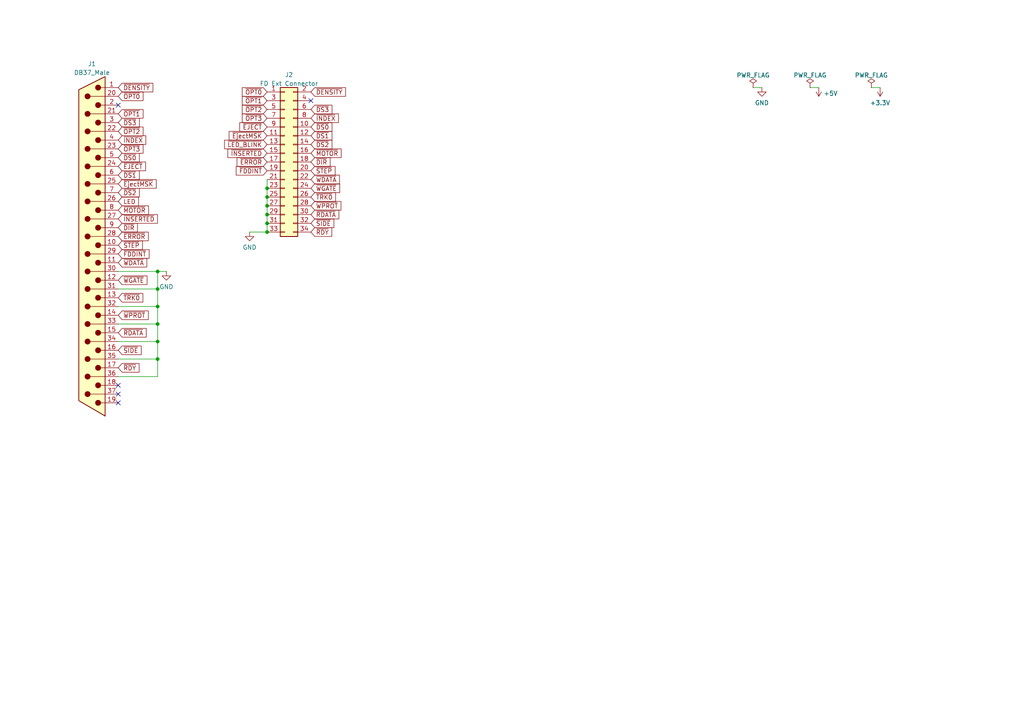
<source format=kicad_sch>
(kicad_sch (version 20211123) (generator eeschema)

  (uuid 0f251f4d-18c3-4e16-8078-b8eaa683a5b6)

  (paper "A4")

  (lib_symbols
    (symbol "Connector:DB37_Male" (pin_names (offset 1.016) hide) (in_bom yes) (on_board yes)
      (property "Reference" "J" (id 0) (at 0 50.8 0)
        (effects (font (size 1.27 1.27)))
      )
      (property "Value" "DB37_Male" (id 1) (at 0 -50.8 0)
        (effects (font (size 1.27 1.27)))
      )
      (property "Footprint" "" (id 2) (at 0 0 0)
        (effects (font (size 1.27 1.27)) hide)
      )
      (property "Datasheet" " ~" (id 3) (at 0 0 0)
        (effects (font (size 1.27 1.27)) hide)
      )
      (property "ki_keywords" "male D-SUB connector" (id 4) (at 0 0 0)
        (effects (font (size 1.27 1.27)) hide)
      )
      (property "ki_description" "37-pin male D-SUB connector" (id 5) (at 0 0 0)
        (effects (font (size 1.27 1.27)) hide)
      )
      (property "ki_fp_filters" "DSUB*Male*" (id 6) (at 0 0 0)
        (effects (font (size 1.27 1.27)) hide)
      )
      (symbol "DB37_Male_0_1"
        (circle (center -1.778 -45.72) (radius 0.762)
          (stroke (width 0) (type default) (color 0 0 0 0))
          (fill (type outline))
        )
        (circle (center -1.778 -40.64) (radius 0.762)
          (stroke (width 0) (type default) (color 0 0 0 0))
          (fill (type outline))
        )
        (circle (center -1.778 -35.56) (radius 0.762)
          (stroke (width 0) (type default) (color 0 0 0 0))
          (fill (type outline))
        )
        (circle (center -1.778 -30.48) (radius 0.762)
          (stroke (width 0) (type default) (color 0 0 0 0))
          (fill (type outline))
        )
        (circle (center -1.778 -25.4) (radius 0.762)
          (stroke (width 0) (type default) (color 0 0 0 0))
          (fill (type outline))
        )
        (circle (center -1.778 -20.32) (radius 0.762)
          (stroke (width 0) (type default) (color 0 0 0 0))
          (fill (type outline))
        )
        (circle (center -1.778 -15.24) (radius 0.762)
          (stroke (width 0) (type default) (color 0 0 0 0))
          (fill (type outline))
        )
        (circle (center -1.778 -10.16) (radius 0.762)
          (stroke (width 0) (type default) (color 0 0 0 0))
          (fill (type outline))
        )
        (circle (center -1.778 -5.08) (radius 0.762)
          (stroke (width 0) (type default) (color 0 0 0 0))
          (fill (type outline))
        )
        (circle (center -1.778 0) (radius 0.762)
          (stroke (width 0) (type default) (color 0 0 0 0))
          (fill (type outline))
        )
        (circle (center -1.778 5.08) (radius 0.762)
          (stroke (width 0) (type default) (color 0 0 0 0))
          (fill (type outline))
        )
        (circle (center -1.778 10.16) (radius 0.762)
          (stroke (width 0) (type default) (color 0 0 0 0))
          (fill (type outline))
        )
        (circle (center -1.778 15.24) (radius 0.762)
          (stroke (width 0) (type default) (color 0 0 0 0))
          (fill (type outline))
        )
        (circle (center -1.778 20.32) (radius 0.762)
          (stroke (width 0) (type default) (color 0 0 0 0))
          (fill (type outline))
        )
        (circle (center -1.778 25.4) (radius 0.762)
          (stroke (width 0) (type default) (color 0 0 0 0))
          (fill (type outline))
        )
        (circle (center -1.778 30.48) (radius 0.762)
          (stroke (width 0) (type default) (color 0 0 0 0))
          (fill (type outline))
        )
        (circle (center -1.778 35.56) (radius 0.762)
          (stroke (width 0) (type default) (color 0 0 0 0))
          (fill (type outline))
        )
        (circle (center -1.778 40.64) (radius 0.762)
          (stroke (width 0) (type default) (color 0 0 0 0))
          (fill (type outline))
        )
        (circle (center -1.778 45.72) (radius 0.762)
          (stroke (width 0) (type default) (color 0 0 0 0))
          (fill (type outline))
        )
        (polyline
          (pts
            (xy -3.81 -45.72)
            (xy -2.54 -45.72)
          )
          (stroke (width 0) (type default) (color 0 0 0 0))
          (fill (type none))
        )
        (polyline
          (pts
            (xy -3.81 -43.18)
            (xy 0.508 -43.18)
          )
          (stroke (width 0) (type default) (color 0 0 0 0))
          (fill (type none))
        )
        (polyline
          (pts
            (xy -3.81 -40.64)
            (xy -2.54 -40.64)
          )
          (stroke (width 0) (type default) (color 0 0 0 0))
          (fill (type none))
        )
        (polyline
          (pts
            (xy -3.81 -38.1)
            (xy 0.508 -38.1)
          )
          (stroke (width 0) (type default) (color 0 0 0 0))
          (fill (type none))
        )
        (polyline
          (pts
            (xy -3.81 -35.56)
            (xy -2.54 -35.56)
          )
          (stroke (width 0) (type default) (color 0 0 0 0))
          (fill (type none))
        )
        (polyline
          (pts
            (xy -3.81 -33.02)
            (xy 0.508 -33.02)
          )
          (stroke (width 0) (type default) (color 0 0 0 0))
          (fill (type none))
        )
        (polyline
          (pts
            (xy -3.81 -30.48)
            (xy -2.54 -30.48)
          )
          (stroke (width 0) (type default) (color 0 0 0 0))
          (fill (type none))
        )
        (polyline
          (pts
            (xy -3.81 -27.94)
            (xy 0.508 -27.94)
          )
          (stroke (width 0) (type default) (color 0 0 0 0))
          (fill (type none))
        )
        (polyline
          (pts
            (xy -3.81 -25.4)
            (xy -2.54 -25.4)
          )
          (stroke (width 0) (type default) (color 0 0 0 0))
          (fill (type none))
        )
        (polyline
          (pts
            (xy -3.81 -22.86)
            (xy 0.508 -22.86)
          )
          (stroke (width 0) (type default) (color 0 0 0 0))
          (fill (type none))
        )
        (polyline
          (pts
            (xy -3.81 -20.32)
            (xy -2.54 -20.32)
          )
          (stroke (width 0) (type default) (color 0 0 0 0))
          (fill (type none))
        )
        (polyline
          (pts
            (xy -3.81 -17.78)
            (xy 0.508 -17.78)
          )
          (stroke (width 0) (type default) (color 0 0 0 0))
          (fill (type none))
        )
        (polyline
          (pts
            (xy -3.81 -15.24)
            (xy -2.54 -15.24)
          )
          (stroke (width 0) (type default) (color 0 0 0 0))
          (fill (type none))
        )
        (polyline
          (pts
            (xy -3.81 -12.7)
            (xy 0.508 -12.7)
          )
          (stroke (width 0) (type default) (color 0 0 0 0))
          (fill (type none))
        )
        (polyline
          (pts
            (xy -3.81 -10.16)
            (xy -2.54 -10.16)
          )
          (stroke (width 0) (type default) (color 0 0 0 0))
          (fill (type none))
        )
        (polyline
          (pts
            (xy -3.81 -7.62)
            (xy 0.508 -7.62)
          )
          (stroke (width 0) (type default) (color 0 0 0 0))
          (fill (type none))
        )
        (polyline
          (pts
            (xy -3.81 -5.08)
            (xy -2.54 -5.08)
          )
          (stroke (width 0) (type default) (color 0 0 0 0))
          (fill (type none))
        )
        (polyline
          (pts
            (xy -3.81 -2.54)
            (xy 0.508 -2.54)
          )
          (stroke (width 0) (type default) (color 0 0 0 0))
          (fill (type none))
        )
        (polyline
          (pts
            (xy -3.81 0)
            (xy -2.54 0)
          )
          (stroke (width 0) (type default) (color 0 0 0 0))
          (fill (type none))
        )
        (polyline
          (pts
            (xy -3.81 2.54)
            (xy 0.508 2.54)
          )
          (stroke (width 0) (type default) (color 0 0 0 0))
          (fill (type none))
        )
        (polyline
          (pts
            (xy -3.81 5.08)
            (xy -2.54 5.08)
          )
          (stroke (width 0) (type default) (color 0 0 0 0))
          (fill (type none))
        )
        (polyline
          (pts
            (xy -3.81 7.62)
            (xy 0.508 7.62)
          )
          (stroke (width 0) (type default) (color 0 0 0 0))
          (fill (type none))
        )
        (polyline
          (pts
            (xy -3.81 10.16)
            (xy -2.54 10.16)
          )
          (stroke (width 0) (type default) (color 0 0 0 0))
          (fill (type none))
        )
        (polyline
          (pts
            (xy -3.81 12.7)
            (xy 0.508 12.7)
          )
          (stroke (width 0) (type default) (color 0 0 0 0))
          (fill (type none))
        )
        (polyline
          (pts
            (xy -3.81 15.24)
            (xy -2.54 15.24)
          )
          (stroke (width 0) (type default) (color 0 0 0 0))
          (fill (type none))
        )
        (polyline
          (pts
            (xy -3.81 17.78)
            (xy 0.508 17.78)
          )
          (stroke (width 0) (type default) (color 0 0 0 0))
          (fill (type none))
        )
        (polyline
          (pts
            (xy -3.81 20.32)
            (xy -2.54 20.32)
          )
          (stroke (width 0) (type default) (color 0 0 0 0))
          (fill (type none))
        )
        (polyline
          (pts
            (xy -3.81 22.86)
            (xy 0.508 22.86)
          )
          (stroke (width 0) (type default) (color 0 0 0 0))
          (fill (type none))
        )
        (polyline
          (pts
            (xy -3.81 25.4)
            (xy -2.54 25.4)
          )
          (stroke (width 0) (type default) (color 0 0 0 0))
          (fill (type none))
        )
        (polyline
          (pts
            (xy -3.81 27.94)
            (xy 0.508 27.94)
          )
          (stroke (width 0) (type default) (color 0 0 0 0))
          (fill (type none))
        )
        (polyline
          (pts
            (xy -3.81 30.48)
            (xy -2.54 30.48)
          )
          (stroke (width 0) (type default) (color 0 0 0 0))
          (fill (type none))
        )
        (polyline
          (pts
            (xy -3.81 33.02)
            (xy 0.508 33.02)
          )
          (stroke (width 0) (type default) (color 0 0 0 0))
          (fill (type none))
        )
        (polyline
          (pts
            (xy -3.81 35.56)
            (xy -2.54 35.56)
          )
          (stroke (width 0) (type default) (color 0 0 0 0))
          (fill (type none))
        )
        (polyline
          (pts
            (xy -3.81 38.1)
            (xy 0.508 38.1)
          )
          (stroke (width 0) (type default) (color 0 0 0 0))
          (fill (type none))
        )
        (polyline
          (pts
            (xy -3.81 40.64)
            (xy -2.54 40.64)
          )
          (stroke (width 0) (type default) (color 0 0 0 0))
          (fill (type none))
        )
        (polyline
          (pts
            (xy -3.81 43.18)
            (xy 0.508 43.18)
          )
          (stroke (width 0) (type default) (color 0 0 0 0))
          (fill (type none))
        )
        (polyline
          (pts
            (xy -3.81 45.72)
            (xy -2.54 45.72)
          )
          (stroke (width 0) (type default) (color 0 0 0 0))
          (fill (type none))
        )
        (polyline
          (pts
            (xy -3.81 49.53)
            (xy 3.81 45.085)
            (xy 3.81 -45.085)
            (xy -3.81 -48.895)
            (xy -3.81 49.53)
          )
          (stroke (width 0.254) (type default) (color 0 0 0 0))
          (fill (type background))
        )
        (circle (center 1.27 -43.18) (radius 0.762)
          (stroke (width 0) (type default) (color 0 0 0 0))
          (fill (type outline))
        )
        (circle (center 1.27 -38.1) (radius 0.762)
          (stroke (width 0) (type default) (color 0 0 0 0))
          (fill (type outline))
        )
        (circle (center 1.27 -33.02) (radius 0.762)
          (stroke (width 0) (type default) (color 0 0 0 0))
          (fill (type outline))
        )
        (circle (center 1.27 -27.94) (radius 0.762)
          (stroke (width 0) (type default) (color 0 0 0 0))
          (fill (type outline))
        )
        (circle (center 1.27 -22.86) (radius 0.762)
          (stroke (width 0) (type default) (color 0 0 0 0))
          (fill (type outline))
        )
        (circle (center 1.27 -17.78) (radius 0.762)
          (stroke (width 0) (type default) (color 0 0 0 0))
          (fill (type outline))
        )
        (circle (center 1.27 -12.7) (radius 0.762)
          (stroke (width 0) (type default) (color 0 0 0 0))
          (fill (type outline))
        )
        (circle (center 1.27 -7.62) (radius 0.762)
          (stroke (width 0) (type default) (color 0 0 0 0))
          (fill (type outline))
        )
        (circle (center 1.27 -2.54) (radius 0.762)
          (stroke (width 0) (type default) (color 0 0 0 0))
          (fill (type outline))
        )
        (circle (center 1.27 2.54) (radius 0.762)
          (stroke (width 0) (type default) (color 0 0 0 0))
          (fill (type outline))
        )
        (circle (center 1.27 7.62) (radius 0.762)
          (stroke (width 0) (type default) (color 0 0 0 0))
          (fill (type outline))
        )
        (circle (center 1.27 12.7) (radius 0.762)
          (stroke (width 0) (type default) (color 0 0 0 0))
          (fill (type outline))
        )
        (circle (center 1.27 17.78) (radius 0.762)
          (stroke (width 0) (type default) (color 0 0 0 0))
          (fill (type outline))
        )
        (circle (center 1.27 22.86) (radius 0.762)
          (stroke (width 0) (type default) (color 0 0 0 0))
          (fill (type outline))
        )
        (circle (center 1.27 27.94) (radius 0.762)
          (stroke (width 0) (type default) (color 0 0 0 0))
          (fill (type outline))
        )
        (circle (center 1.27 33.02) (radius 0.762)
          (stroke (width 0) (type default) (color 0 0 0 0))
          (fill (type outline))
        )
        (circle (center 1.27 38.1) (radius 0.762)
          (stroke (width 0) (type default) (color 0 0 0 0))
          (fill (type outline))
        )
        (circle (center 1.27 43.18) (radius 0.762)
          (stroke (width 0) (type default) (color 0 0 0 0))
          (fill (type outline))
        )
      )
      (symbol "DB37_Male_1_1"
        (pin passive line (at -7.62 -45.72 0) (length 3.81)
          (name "1" (effects (font (size 1.27 1.27))))
          (number "1" (effects (font (size 1.27 1.27))))
        )
        (pin passive line (at -7.62 0 0) (length 3.81)
          (name "10" (effects (font (size 1.27 1.27))))
          (number "10" (effects (font (size 1.27 1.27))))
        )
        (pin passive line (at -7.62 5.08 0) (length 3.81)
          (name "11" (effects (font (size 1.27 1.27))))
          (number "11" (effects (font (size 1.27 1.27))))
        )
        (pin passive line (at -7.62 10.16 0) (length 3.81)
          (name "12" (effects (font (size 1.27 1.27))))
          (number "12" (effects (font (size 1.27 1.27))))
        )
        (pin passive line (at -7.62 15.24 0) (length 3.81)
          (name "13" (effects (font (size 1.27 1.27))))
          (number "13" (effects (font (size 1.27 1.27))))
        )
        (pin passive line (at -7.62 20.32 0) (length 3.81)
          (name "14" (effects (font (size 1.27 1.27))))
          (number "14" (effects (font (size 1.27 1.27))))
        )
        (pin passive line (at -7.62 25.4 0) (length 3.81)
          (name "15" (effects (font (size 1.27 1.27))))
          (number "15" (effects (font (size 1.27 1.27))))
        )
        (pin passive line (at -7.62 30.48 0) (length 3.81)
          (name "16" (effects (font (size 1.27 1.27))))
          (number "16" (effects (font (size 1.27 1.27))))
        )
        (pin passive line (at -7.62 35.56 0) (length 3.81)
          (name "17" (effects (font (size 1.27 1.27))))
          (number "17" (effects (font (size 1.27 1.27))))
        )
        (pin passive line (at -7.62 40.64 0) (length 3.81)
          (name "18" (effects (font (size 1.27 1.27))))
          (number "18" (effects (font (size 1.27 1.27))))
        )
        (pin passive line (at -7.62 45.72 0) (length 3.81)
          (name "19" (effects (font (size 1.27 1.27))))
          (number "19" (effects (font (size 1.27 1.27))))
        )
        (pin passive line (at -7.62 -40.64 0) (length 3.81)
          (name "2" (effects (font (size 1.27 1.27))))
          (number "2" (effects (font (size 1.27 1.27))))
        )
        (pin passive line (at -7.62 -43.18 0) (length 3.81)
          (name "20" (effects (font (size 1.27 1.27))))
          (number "20" (effects (font (size 1.27 1.27))))
        )
        (pin passive line (at -7.62 -38.1 0) (length 3.81)
          (name "21" (effects (font (size 1.27 1.27))))
          (number "21" (effects (font (size 1.27 1.27))))
        )
        (pin passive line (at -7.62 -33.02 0) (length 3.81)
          (name "22" (effects (font (size 1.27 1.27))))
          (number "22" (effects (font (size 1.27 1.27))))
        )
        (pin passive line (at -7.62 -27.94 0) (length 3.81)
          (name "23" (effects (font (size 1.27 1.27))))
          (number "23" (effects (font (size 1.27 1.27))))
        )
        (pin passive line (at -7.62 -22.86 0) (length 3.81)
          (name "24" (effects (font (size 1.27 1.27))))
          (number "24" (effects (font (size 1.27 1.27))))
        )
        (pin passive line (at -7.62 -17.78 0) (length 3.81)
          (name "25" (effects (font (size 1.27 1.27))))
          (number "25" (effects (font (size 1.27 1.27))))
        )
        (pin passive line (at -7.62 -12.7 0) (length 3.81)
          (name "26" (effects (font (size 1.27 1.27))))
          (number "26" (effects (font (size 1.27 1.27))))
        )
        (pin passive line (at -7.62 -7.62 0) (length 3.81)
          (name "27" (effects (font (size 1.27 1.27))))
          (number "27" (effects (font (size 1.27 1.27))))
        )
        (pin passive line (at -7.62 -2.54 0) (length 3.81)
          (name "28" (effects (font (size 1.27 1.27))))
          (number "28" (effects (font (size 1.27 1.27))))
        )
        (pin passive line (at -7.62 2.54 0) (length 3.81)
          (name "29" (effects (font (size 1.27 1.27))))
          (number "29" (effects (font (size 1.27 1.27))))
        )
        (pin passive line (at -7.62 -35.56 0) (length 3.81)
          (name "3" (effects (font (size 1.27 1.27))))
          (number "3" (effects (font (size 1.27 1.27))))
        )
        (pin passive line (at -7.62 7.62 0) (length 3.81)
          (name "30" (effects (font (size 1.27 1.27))))
          (number "30" (effects (font (size 1.27 1.27))))
        )
        (pin passive line (at -7.62 12.7 0) (length 3.81)
          (name "31" (effects (font (size 1.27 1.27))))
          (number "31" (effects (font (size 1.27 1.27))))
        )
        (pin passive line (at -7.62 17.78 0) (length 3.81)
          (name "32" (effects (font (size 1.27 1.27))))
          (number "32" (effects (font (size 1.27 1.27))))
        )
        (pin passive line (at -7.62 22.86 0) (length 3.81)
          (name "33" (effects (font (size 1.27 1.27))))
          (number "33" (effects (font (size 1.27 1.27))))
        )
        (pin passive line (at -7.62 27.94 0) (length 3.81)
          (name "34" (effects (font (size 1.27 1.27))))
          (number "34" (effects (font (size 1.27 1.27))))
        )
        (pin passive line (at -7.62 33.02 0) (length 3.81)
          (name "35" (effects (font (size 1.27 1.27))))
          (number "35" (effects (font (size 1.27 1.27))))
        )
        (pin passive line (at -7.62 38.1 0) (length 3.81)
          (name "36" (effects (font (size 1.27 1.27))))
          (number "36" (effects (font (size 1.27 1.27))))
        )
        (pin passive line (at -7.62 43.18 0) (length 3.81)
          (name "37" (effects (font (size 1.27 1.27))))
          (number "37" (effects (font (size 1.27 1.27))))
        )
        (pin passive line (at -7.62 -30.48 0) (length 3.81)
          (name "4" (effects (font (size 1.27 1.27))))
          (number "4" (effects (font (size 1.27 1.27))))
        )
        (pin passive line (at -7.62 -25.4 0) (length 3.81)
          (name "5" (effects (font (size 1.27 1.27))))
          (number "5" (effects (font (size 1.27 1.27))))
        )
        (pin passive line (at -7.62 -20.32 0) (length 3.81)
          (name "6" (effects (font (size 1.27 1.27))))
          (number "6" (effects (font (size 1.27 1.27))))
        )
        (pin passive line (at -7.62 -15.24 0) (length 3.81)
          (name "7" (effects (font (size 1.27 1.27))))
          (number "7" (effects (font (size 1.27 1.27))))
        )
        (pin passive line (at -7.62 -10.16 0) (length 3.81)
          (name "8" (effects (font (size 1.27 1.27))))
          (number "8" (effects (font (size 1.27 1.27))))
        )
        (pin passive line (at -7.62 -5.08 0) (length 3.81)
          (name "9" (effects (font (size 1.27 1.27))))
          (number "9" (effects (font (size 1.27 1.27))))
        )
      )
    )
    (symbol "Connector_Generic:Conn_02x17_Odd_Even" (pin_names (offset 1.016) hide) (in_bom yes) (on_board yes)
      (property "Reference" "J" (id 0) (at 1.27 22.86 0)
        (effects (font (size 1.27 1.27)))
      )
      (property "Value" "Conn_02x17_Odd_Even" (id 1) (at 1.27 -22.86 0)
        (effects (font (size 1.27 1.27)))
      )
      (property "Footprint" "" (id 2) (at 0 0 0)
        (effects (font (size 1.27 1.27)) hide)
      )
      (property "Datasheet" "~" (id 3) (at 0 0 0)
        (effects (font (size 1.27 1.27)) hide)
      )
      (property "ki_keywords" "connector" (id 4) (at 0 0 0)
        (effects (font (size 1.27 1.27)) hide)
      )
      (property "ki_description" "Generic connector, double row, 02x17, odd/even pin numbering scheme (row 1 odd numbers, row 2 even numbers), script generated (kicad-library-utils/schlib/autogen/connector/)" (id 5) (at 0 0 0)
        (effects (font (size 1.27 1.27)) hide)
      )
      (property "ki_fp_filters" "Connector*:*_2x??_*" (id 6) (at 0 0 0)
        (effects (font (size 1.27 1.27)) hide)
      )
      (symbol "Conn_02x17_Odd_Even_1_1"
        (rectangle (start -1.27 -20.193) (end 0 -20.447)
          (stroke (width 0.1524) (type default) (color 0 0 0 0))
          (fill (type none))
        )
        (rectangle (start -1.27 -17.653) (end 0 -17.907)
          (stroke (width 0.1524) (type default) (color 0 0 0 0))
          (fill (type none))
        )
        (rectangle (start -1.27 -15.113) (end 0 -15.367)
          (stroke (width 0.1524) (type default) (color 0 0 0 0))
          (fill (type none))
        )
        (rectangle (start -1.27 -12.573) (end 0 -12.827)
          (stroke (width 0.1524) (type default) (color 0 0 0 0))
          (fill (type none))
        )
        (rectangle (start -1.27 -10.033) (end 0 -10.287)
          (stroke (width 0.1524) (type default) (color 0 0 0 0))
          (fill (type none))
        )
        (rectangle (start -1.27 -7.493) (end 0 -7.747)
          (stroke (width 0.1524) (type default) (color 0 0 0 0))
          (fill (type none))
        )
        (rectangle (start -1.27 -4.953) (end 0 -5.207)
          (stroke (width 0.1524) (type default) (color 0 0 0 0))
          (fill (type none))
        )
        (rectangle (start -1.27 -2.413) (end 0 -2.667)
          (stroke (width 0.1524) (type default) (color 0 0 0 0))
          (fill (type none))
        )
        (rectangle (start -1.27 0.127) (end 0 -0.127)
          (stroke (width 0.1524) (type default) (color 0 0 0 0))
          (fill (type none))
        )
        (rectangle (start -1.27 2.667) (end 0 2.413)
          (stroke (width 0.1524) (type default) (color 0 0 0 0))
          (fill (type none))
        )
        (rectangle (start -1.27 5.207) (end 0 4.953)
          (stroke (width 0.1524) (type default) (color 0 0 0 0))
          (fill (type none))
        )
        (rectangle (start -1.27 7.747) (end 0 7.493)
          (stroke (width 0.1524) (type default) (color 0 0 0 0))
          (fill (type none))
        )
        (rectangle (start -1.27 10.287) (end 0 10.033)
          (stroke (width 0.1524) (type default) (color 0 0 0 0))
          (fill (type none))
        )
        (rectangle (start -1.27 12.827) (end 0 12.573)
          (stroke (width 0.1524) (type default) (color 0 0 0 0))
          (fill (type none))
        )
        (rectangle (start -1.27 15.367) (end 0 15.113)
          (stroke (width 0.1524) (type default) (color 0 0 0 0))
          (fill (type none))
        )
        (rectangle (start -1.27 17.907) (end 0 17.653)
          (stroke (width 0.1524) (type default) (color 0 0 0 0))
          (fill (type none))
        )
        (rectangle (start -1.27 20.447) (end 0 20.193)
          (stroke (width 0.1524) (type default) (color 0 0 0 0))
          (fill (type none))
        )
        (rectangle (start -1.27 21.59) (end 3.81 -21.59)
          (stroke (width 0.254) (type default) (color 0 0 0 0))
          (fill (type background))
        )
        (rectangle (start 3.81 -20.193) (end 2.54 -20.447)
          (stroke (width 0.1524) (type default) (color 0 0 0 0))
          (fill (type none))
        )
        (rectangle (start 3.81 -17.653) (end 2.54 -17.907)
          (stroke (width 0.1524) (type default) (color 0 0 0 0))
          (fill (type none))
        )
        (rectangle (start 3.81 -15.113) (end 2.54 -15.367)
          (stroke (width 0.1524) (type default) (color 0 0 0 0))
          (fill (type none))
        )
        (rectangle (start 3.81 -12.573) (end 2.54 -12.827)
          (stroke (width 0.1524) (type default) (color 0 0 0 0))
          (fill (type none))
        )
        (rectangle (start 3.81 -10.033) (end 2.54 -10.287)
          (stroke (width 0.1524) (type default) (color 0 0 0 0))
          (fill (type none))
        )
        (rectangle (start 3.81 -7.493) (end 2.54 -7.747)
          (stroke (width 0.1524) (type default) (color 0 0 0 0))
          (fill (type none))
        )
        (rectangle (start 3.81 -4.953) (end 2.54 -5.207)
          (stroke (width 0.1524) (type default) (color 0 0 0 0))
          (fill (type none))
        )
        (rectangle (start 3.81 -2.413) (end 2.54 -2.667)
          (stroke (width 0.1524) (type default) (color 0 0 0 0))
          (fill (type none))
        )
        (rectangle (start 3.81 0.127) (end 2.54 -0.127)
          (stroke (width 0.1524) (type default) (color 0 0 0 0))
          (fill (type none))
        )
        (rectangle (start 3.81 2.667) (end 2.54 2.413)
          (stroke (width 0.1524) (type default) (color 0 0 0 0))
          (fill (type none))
        )
        (rectangle (start 3.81 5.207) (end 2.54 4.953)
          (stroke (width 0.1524) (type default) (color 0 0 0 0))
          (fill (type none))
        )
        (rectangle (start 3.81 7.747) (end 2.54 7.493)
          (stroke (width 0.1524) (type default) (color 0 0 0 0))
          (fill (type none))
        )
        (rectangle (start 3.81 10.287) (end 2.54 10.033)
          (stroke (width 0.1524) (type default) (color 0 0 0 0))
          (fill (type none))
        )
        (rectangle (start 3.81 12.827) (end 2.54 12.573)
          (stroke (width 0.1524) (type default) (color 0 0 0 0))
          (fill (type none))
        )
        (rectangle (start 3.81 15.367) (end 2.54 15.113)
          (stroke (width 0.1524) (type default) (color 0 0 0 0))
          (fill (type none))
        )
        (rectangle (start 3.81 17.907) (end 2.54 17.653)
          (stroke (width 0.1524) (type default) (color 0 0 0 0))
          (fill (type none))
        )
        (rectangle (start 3.81 20.447) (end 2.54 20.193)
          (stroke (width 0.1524) (type default) (color 0 0 0 0))
          (fill (type none))
        )
        (pin passive line (at -5.08 20.32 0) (length 3.81)
          (name "Pin_1" (effects (font (size 1.27 1.27))))
          (number "1" (effects (font (size 1.27 1.27))))
        )
        (pin passive line (at 7.62 10.16 180) (length 3.81)
          (name "Pin_10" (effects (font (size 1.27 1.27))))
          (number "10" (effects (font (size 1.27 1.27))))
        )
        (pin passive line (at -5.08 7.62 0) (length 3.81)
          (name "Pin_11" (effects (font (size 1.27 1.27))))
          (number "11" (effects (font (size 1.27 1.27))))
        )
        (pin passive line (at 7.62 7.62 180) (length 3.81)
          (name "Pin_12" (effects (font (size 1.27 1.27))))
          (number "12" (effects (font (size 1.27 1.27))))
        )
        (pin passive line (at -5.08 5.08 0) (length 3.81)
          (name "Pin_13" (effects (font (size 1.27 1.27))))
          (number "13" (effects (font (size 1.27 1.27))))
        )
        (pin passive line (at 7.62 5.08 180) (length 3.81)
          (name "Pin_14" (effects (font (size 1.27 1.27))))
          (number "14" (effects (font (size 1.27 1.27))))
        )
        (pin passive line (at -5.08 2.54 0) (length 3.81)
          (name "Pin_15" (effects (font (size 1.27 1.27))))
          (number "15" (effects (font (size 1.27 1.27))))
        )
        (pin passive line (at 7.62 2.54 180) (length 3.81)
          (name "Pin_16" (effects (font (size 1.27 1.27))))
          (number "16" (effects (font (size 1.27 1.27))))
        )
        (pin passive line (at -5.08 0 0) (length 3.81)
          (name "Pin_17" (effects (font (size 1.27 1.27))))
          (number "17" (effects (font (size 1.27 1.27))))
        )
        (pin passive line (at 7.62 0 180) (length 3.81)
          (name "Pin_18" (effects (font (size 1.27 1.27))))
          (number "18" (effects (font (size 1.27 1.27))))
        )
        (pin passive line (at -5.08 -2.54 0) (length 3.81)
          (name "Pin_19" (effects (font (size 1.27 1.27))))
          (number "19" (effects (font (size 1.27 1.27))))
        )
        (pin passive line (at 7.62 20.32 180) (length 3.81)
          (name "Pin_2" (effects (font (size 1.27 1.27))))
          (number "2" (effects (font (size 1.27 1.27))))
        )
        (pin passive line (at 7.62 -2.54 180) (length 3.81)
          (name "Pin_20" (effects (font (size 1.27 1.27))))
          (number "20" (effects (font (size 1.27 1.27))))
        )
        (pin passive line (at -5.08 -5.08 0) (length 3.81)
          (name "Pin_21" (effects (font (size 1.27 1.27))))
          (number "21" (effects (font (size 1.27 1.27))))
        )
        (pin passive line (at 7.62 -5.08 180) (length 3.81)
          (name "Pin_22" (effects (font (size 1.27 1.27))))
          (number "22" (effects (font (size 1.27 1.27))))
        )
        (pin passive line (at -5.08 -7.62 0) (length 3.81)
          (name "Pin_23" (effects (font (size 1.27 1.27))))
          (number "23" (effects (font (size 1.27 1.27))))
        )
        (pin passive line (at 7.62 -7.62 180) (length 3.81)
          (name "Pin_24" (effects (font (size 1.27 1.27))))
          (number "24" (effects (font (size 1.27 1.27))))
        )
        (pin passive line (at -5.08 -10.16 0) (length 3.81)
          (name "Pin_25" (effects (font (size 1.27 1.27))))
          (number "25" (effects (font (size 1.27 1.27))))
        )
        (pin passive line (at 7.62 -10.16 180) (length 3.81)
          (name "Pin_26" (effects (font (size 1.27 1.27))))
          (number "26" (effects (font (size 1.27 1.27))))
        )
        (pin passive line (at -5.08 -12.7 0) (length 3.81)
          (name "Pin_27" (effects (font (size 1.27 1.27))))
          (number "27" (effects (font (size 1.27 1.27))))
        )
        (pin passive line (at 7.62 -12.7 180) (length 3.81)
          (name "Pin_28" (effects (font (size 1.27 1.27))))
          (number "28" (effects (font (size 1.27 1.27))))
        )
        (pin passive line (at -5.08 -15.24 0) (length 3.81)
          (name "Pin_29" (effects (font (size 1.27 1.27))))
          (number "29" (effects (font (size 1.27 1.27))))
        )
        (pin passive line (at -5.08 17.78 0) (length 3.81)
          (name "Pin_3" (effects (font (size 1.27 1.27))))
          (number "3" (effects (font (size 1.27 1.27))))
        )
        (pin passive line (at 7.62 -15.24 180) (length 3.81)
          (name "Pin_30" (effects (font (size 1.27 1.27))))
          (number "30" (effects (font (size 1.27 1.27))))
        )
        (pin passive line (at -5.08 -17.78 0) (length 3.81)
          (name "Pin_31" (effects (font (size 1.27 1.27))))
          (number "31" (effects (font (size 1.27 1.27))))
        )
        (pin passive line (at 7.62 -17.78 180) (length 3.81)
          (name "Pin_32" (effects (font (size 1.27 1.27))))
          (number "32" (effects (font (size 1.27 1.27))))
        )
        (pin passive line (at -5.08 -20.32 0) (length 3.81)
          (name "Pin_33" (effects (font (size 1.27 1.27))))
          (number "33" (effects (font (size 1.27 1.27))))
        )
        (pin passive line (at 7.62 -20.32 180) (length 3.81)
          (name "Pin_34" (effects (font (size 1.27 1.27))))
          (number "34" (effects (font (size 1.27 1.27))))
        )
        (pin passive line (at 7.62 17.78 180) (length 3.81)
          (name "Pin_4" (effects (font (size 1.27 1.27))))
          (number "4" (effects (font (size 1.27 1.27))))
        )
        (pin passive line (at -5.08 15.24 0) (length 3.81)
          (name "Pin_5" (effects (font (size 1.27 1.27))))
          (number "5" (effects (font (size 1.27 1.27))))
        )
        (pin passive line (at 7.62 15.24 180) (length 3.81)
          (name "Pin_6" (effects (font (size 1.27 1.27))))
          (number "6" (effects (font (size 1.27 1.27))))
        )
        (pin passive line (at -5.08 12.7 0) (length 3.81)
          (name "Pin_7" (effects (font (size 1.27 1.27))))
          (number "7" (effects (font (size 1.27 1.27))))
        )
        (pin passive line (at 7.62 12.7 180) (length 3.81)
          (name "Pin_8" (effects (font (size 1.27 1.27))))
          (number "8" (effects (font (size 1.27 1.27))))
        )
        (pin passive line (at -5.08 10.16 0) (length 3.81)
          (name "Pin_9" (effects (font (size 1.27 1.27))))
          (number "9" (effects (font (size 1.27 1.27))))
        )
      )
    )
    (symbol "power:+3.3V" (power) (pin_names (offset 0)) (in_bom yes) (on_board yes)
      (property "Reference" "#PWR" (id 0) (at 0 -3.81 0)
        (effects (font (size 1.27 1.27)) hide)
      )
      (property "Value" "+3.3V" (id 1) (at 0 3.556 0)
        (effects (font (size 1.27 1.27)))
      )
      (property "Footprint" "" (id 2) (at 0 0 0)
        (effects (font (size 1.27 1.27)) hide)
      )
      (property "Datasheet" "" (id 3) (at 0 0 0)
        (effects (font (size 1.27 1.27)) hide)
      )
      (property "ki_keywords" "power-flag" (id 4) (at 0 0 0)
        (effects (font (size 1.27 1.27)) hide)
      )
      (property "ki_description" "Power symbol creates a global label with name \"+3.3V\"" (id 5) (at 0 0 0)
        (effects (font (size 1.27 1.27)) hide)
      )
      (symbol "+3.3V_0_1"
        (polyline
          (pts
            (xy -0.762 1.27)
            (xy 0 2.54)
          )
          (stroke (width 0) (type default) (color 0 0 0 0))
          (fill (type none))
        )
        (polyline
          (pts
            (xy 0 0)
            (xy 0 2.54)
          )
          (stroke (width 0) (type default) (color 0 0 0 0))
          (fill (type none))
        )
        (polyline
          (pts
            (xy 0 2.54)
            (xy 0.762 1.27)
          )
          (stroke (width 0) (type default) (color 0 0 0 0))
          (fill (type none))
        )
      )
      (symbol "+3.3V_1_1"
        (pin power_in line (at 0 0 90) (length 0) hide
          (name "+3.3V" (effects (font (size 1.27 1.27))))
          (number "1" (effects (font (size 1.27 1.27))))
        )
      )
    )
    (symbol "power:+5V" (power) (pin_names (offset 0)) (in_bom yes) (on_board yes)
      (property "Reference" "#PWR" (id 0) (at 0 -3.81 0)
        (effects (font (size 1.27 1.27)) hide)
      )
      (property "Value" "+5V" (id 1) (at 0 3.556 0)
        (effects (font (size 1.27 1.27)))
      )
      (property "Footprint" "" (id 2) (at 0 0 0)
        (effects (font (size 1.27 1.27)) hide)
      )
      (property "Datasheet" "" (id 3) (at 0 0 0)
        (effects (font (size 1.27 1.27)) hide)
      )
      (property "ki_keywords" "power-flag" (id 4) (at 0 0 0)
        (effects (font (size 1.27 1.27)) hide)
      )
      (property "ki_description" "Power symbol creates a global label with name \"+5V\"" (id 5) (at 0 0 0)
        (effects (font (size 1.27 1.27)) hide)
      )
      (symbol "+5V_0_1"
        (polyline
          (pts
            (xy -0.762 1.27)
            (xy 0 2.54)
          )
          (stroke (width 0) (type default) (color 0 0 0 0))
          (fill (type none))
        )
        (polyline
          (pts
            (xy 0 0)
            (xy 0 2.54)
          )
          (stroke (width 0) (type default) (color 0 0 0 0))
          (fill (type none))
        )
        (polyline
          (pts
            (xy 0 2.54)
            (xy 0.762 1.27)
          )
          (stroke (width 0) (type default) (color 0 0 0 0))
          (fill (type none))
        )
      )
      (symbol "+5V_1_1"
        (pin power_in line (at 0 0 90) (length 0) hide
          (name "+5V" (effects (font (size 1.27 1.27))))
          (number "1" (effects (font (size 1.27 1.27))))
        )
      )
    )
    (symbol "power:GND" (power) (pin_names (offset 0)) (in_bom yes) (on_board yes)
      (property "Reference" "#PWR" (id 0) (at 0 -6.35 0)
        (effects (font (size 1.27 1.27)) hide)
      )
      (property "Value" "GND" (id 1) (at 0 -3.81 0)
        (effects (font (size 1.27 1.27)))
      )
      (property "Footprint" "" (id 2) (at 0 0 0)
        (effects (font (size 1.27 1.27)) hide)
      )
      (property "Datasheet" "" (id 3) (at 0 0 0)
        (effects (font (size 1.27 1.27)) hide)
      )
      (property "ki_keywords" "power-flag" (id 4) (at 0 0 0)
        (effects (font (size 1.27 1.27)) hide)
      )
      (property "ki_description" "Power symbol creates a global label with name \"GND\" , ground" (id 5) (at 0 0 0)
        (effects (font (size 1.27 1.27)) hide)
      )
      (symbol "GND_0_1"
        (polyline
          (pts
            (xy 0 0)
            (xy 0 -1.27)
            (xy 1.27 -1.27)
            (xy 0 -2.54)
            (xy -1.27 -1.27)
            (xy 0 -1.27)
          )
          (stroke (width 0) (type default) (color 0 0 0 0))
          (fill (type none))
        )
      )
      (symbol "GND_1_1"
        (pin power_in line (at 0 0 270) (length 0) hide
          (name "GND" (effects (font (size 1.27 1.27))))
          (number "1" (effects (font (size 1.27 1.27))))
        )
      )
    )
    (symbol "power:PWR_FLAG" (power) (pin_numbers hide) (pin_names (offset 0) hide) (in_bom yes) (on_board yes)
      (property "Reference" "#FLG" (id 0) (at 0 1.905 0)
        (effects (font (size 1.27 1.27)) hide)
      )
      (property "Value" "PWR_FLAG" (id 1) (at 0 3.81 0)
        (effects (font (size 1.27 1.27)))
      )
      (property "Footprint" "" (id 2) (at 0 0 0)
        (effects (font (size 1.27 1.27)) hide)
      )
      (property "Datasheet" "~" (id 3) (at 0 0 0)
        (effects (font (size 1.27 1.27)) hide)
      )
      (property "ki_keywords" "power-flag" (id 4) (at 0 0 0)
        (effects (font (size 1.27 1.27)) hide)
      )
      (property "ki_description" "Special symbol for telling ERC where power comes from" (id 5) (at 0 0 0)
        (effects (font (size 1.27 1.27)) hide)
      )
      (symbol "PWR_FLAG_0_0"
        (pin power_out line (at 0 0 90) (length 0)
          (name "pwr" (effects (font (size 1.27 1.27))))
          (number "1" (effects (font (size 1.27 1.27))))
        )
      )
      (symbol "PWR_FLAG_0_1"
        (polyline
          (pts
            (xy 0 0)
            (xy 0 1.27)
            (xy -1.016 1.905)
            (xy 0 2.54)
            (xy 1.016 1.905)
            (xy 0 1.27)
          )
          (stroke (width 0) (type default) (color 0 0 0 0))
          (fill (type none))
        )
      )
    )
  )

  (junction (at 77.47 64.77) (diameter 0) (color 0 0 0 0)
    (uuid 113fd769-ad50-47e0-84cb-7a274a50bb52)
  )
  (junction (at 45.72 93.98) (diameter 0) (color 0 0 0 0)
    (uuid 14d721d6-0544-40ce-bc3b-504abf5ef014)
  )
  (junction (at 77.47 62.23) (diameter 0) (color 0 0 0 0)
    (uuid 4d1d1141-6987-4919-a96c-0b8763100ee8)
  )
  (junction (at 45.72 78.74) (diameter 0) (color 0 0 0 0)
    (uuid 58e3c49a-caa4-49ee-b7ae-dad6435c3b23)
  )
  (junction (at 45.72 104.14) (diameter 0) (color 0 0 0 0)
    (uuid 9e185552-dd97-4950-96f5-f8836873a84d)
  )
  (junction (at 45.72 88.9) (diameter 0) (color 0 0 0 0)
    (uuid a188bbc8-53a0-4988-9d9a-8a8f7590d623)
  )
  (junction (at 77.47 54.61) (diameter 0) (color 0 0 0 0)
    (uuid a3bf5336-d879-46d3-ac61-19a62326375e)
  )
  (junction (at 45.72 99.06) (diameter 0) (color 0 0 0 0)
    (uuid a8cb8e45-d7c5-4c9b-9800-914876f76106)
  )
  (junction (at 45.72 83.82) (diameter 0) (color 0 0 0 0)
    (uuid bfbc10bb-4b4a-4075-a836-b24b2788af78)
  )
  (junction (at 77.47 67.31) (diameter 0) (color 0 0 0 0)
    (uuid c63e1f04-91d9-4ba5-bd01-49526574aca4)
  )
  (junction (at 77.47 59.69) (diameter 0) (color 0 0 0 0)
    (uuid d51213fa-bac8-4574-a4d2-8220e0aad437)
  )
  (junction (at 77.47 57.15) (diameter 0) (color 0 0 0 0)
    (uuid f2e07fc7-450f-4126-8587-d55c9ec2c015)
  )

  (no_connect (at 34.29 116.84) (uuid 6df81dc6-b4b5-4499-a821-14b0919c5e9f))
  (no_connect (at 34.29 111.76) (uuid 8280dac0-393e-4cea-b1ec-552e4fee5744))
  (no_connect (at 34.29 114.3) (uuid a484b21d-2580-4fa0-8f35-424226f1ab02))
  (no_connect (at 34.29 30.48) (uuid a5b75186-d42d-44ce-8a93-ccb3f0eee9da))
  (no_connect (at 90.17 29.21) (uuid fa86fcb9-2a14-49d6-9dfc-bd7b9d44db9e))

  (wire (pts (xy 77.47 62.23) (xy 77.47 64.77))
    (stroke (width 0) (type default) (color 0 0 0 0))
    (uuid 05249c71-bc6d-437c-a15b-2ad473d74196)
  )
  (wire (pts (xy 45.72 78.74) (xy 45.72 83.82))
    (stroke (width 0) (type default) (color 0 0 0 0))
    (uuid 0d1845e2-fa48-4026-951d-fd5ef70113da)
  )
  (wire (pts (xy 252.73 25.4) (xy 255.27 25.4))
    (stroke (width 0) (type default) (color 0 0 0 0))
    (uuid 0dc3d818-8927-4186-af05-3860813b77e3)
  )
  (wire (pts (xy 34.29 83.82) (xy 45.72 83.82))
    (stroke (width 0) (type default) (color 0 0 0 0))
    (uuid 15e75970-d18c-4f9f-a5ff-63055efaaaea)
  )
  (wire (pts (xy 77.47 64.77) (xy 77.47 67.31))
    (stroke (width 0) (type default) (color 0 0 0 0))
    (uuid 162b5535-d702-474c-81ce-838505844d5c)
  )
  (wire (pts (xy 45.72 78.74) (xy 48.26 78.74))
    (stroke (width 0) (type default) (color 0 0 0 0))
    (uuid 1ab19b0f-b3be-4af1-b352-514dbac54d2f)
  )
  (wire (pts (xy 234.95 25.4) (xy 237.49 25.4))
    (stroke (width 0) (type default) (color 0 0 0 0))
    (uuid 244b9020-ca0a-4f1d-9076-a305504c798c)
  )
  (wire (pts (xy 34.29 99.06) (xy 45.72 99.06))
    (stroke (width 0) (type default) (color 0 0 0 0))
    (uuid 2afb9bc8-7028-4cf7-a398-7e7b8f17fecf)
  )
  (wire (pts (xy 34.29 104.14) (xy 45.72 104.14))
    (stroke (width 0) (type default) (color 0 0 0 0))
    (uuid 2cea3e42-706e-416e-a6d0-72cde2c0353e)
  )
  (wire (pts (xy 45.72 99.06) (xy 45.72 104.14))
    (stroke (width 0) (type default) (color 0 0 0 0))
    (uuid 34aa0fd2-f381-463a-9e8d-1b7beefab583)
  )
  (wire (pts (xy 77.47 54.61) (xy 77.47 57.15))
    (stroke (width 0) (type default) (color 0 0 0 0))
    (uuid 3e8f415a-5c04-40a4-b512-17fdbe5efc12)
  )
  (wire (pts (xy 34.29 93.98) (xy 45.72 93.98))
    (stroke (width 0) (type default) (color 0 0 0 0))
    (uuid 54c42d23-0a99-47f2-a369-f2777dfec7c2)
  )
  (wire (pts (xy 218.44 25.4) (xy 220.98 25.4))
    (stroke (width 0) (type default) (color 0 0 0 0))
    (uuid 73a78ce8-f394-4b89-b0c6-5387d77331fb)
  )
  (wire (pts (xy 77.47 59.69) (xy 77.47 62.23))
    (stroke (width 0) (type default) (color 0 0 0 0))
    (uuid 7a9e1830-9f27-44a1-8dc1-69a295d2ba57)
  )
  (wire (pts (xy 77.47 52.07) (xy 77.47 54.61))
    (stroke (width 0) (type default) (color 0 0 0 0))
    (uuid 98191c52-e2e2-4b43-ac0b-66e9dbf333c3)
  )
  (wire (pts (xy 45.72 104.14) (xy 45.72 109.22))
    (stroke (width 0) (type default) (color 0 0 0 0))
    (uuid bbb03854-5f18-4748-8b13-0a09e37e41b0)
  )
  (wire (pts (xy 45.72 93.98) (xy 45.72 99.06))
    (stroke (width 0) (type default) (color 0 0 0 0))
    (uuid bf55657d-7b39-4205-8554-d7f9b55f0846)
  )
  (wire (pts (xy 34.29 88.9) (xy 45.72 88.9))
    (stroke (width 0) (type default) (color 0 0 0 0))
    (uuid c3d95372-10ea-441e-8239-14dfefce13ec)
  )
  (wire (pts (xy 34.29 109.22) (xy 45.72 109.22))
    (stroke (width 0) (type default) (color 0 0 0 0))
    (uuid c605dcff-08f9-41e5-9768-d52f152802c9)
  )
  (wire (pts (xy 45.72 88.9) (xy 45.72 93.98))
    (stroke (width 0) (type default) (color 0 0 0 0))
    (uuid d6156ea6-cdda-4ca1-b096-8274f4a30887)
  )
  (wire (pts (xy 34.29 78.74) (xy 45.72 78.74))
    (stroke (width 0) (type default) (color 0 0 0 0))
    (uuid e3272913-5d76-41e8-9f57-d7a670b8308e)
  )
  (wire (pts (xy 72.39 67.31) (xy 77.47 67.31))
    (stroke (width 0) (type default) (color 0 0 0 0))
    (uuid e770729f-b795-4929-8730-e09486252f36)
  )
  (wire (pts (xy 45.72 83.82) (xy 45.72 88.9))
    (stroke (width 0) (type default) (color 0 0 0 0))
    (uuid f00a8d46-a654-4795-b046-f0071dfe79a3)
  )
  (wire (pts (xy 77.47 57.15) (xy 77.47 59.69))
    (stroke (width 0) (type default) (color 0 0 0 0))
    (uuid f966cccb-9235-4c51-8f8b-5405261c0c85)
  )

  (global_label "~{OPT0}" (shape input) (at 34.29 27.94 0) (fields_autoplaced)
    (effects (font (size 1.27 1.27)) (justify left))
    (uuid 0758d723-4485-465d-9ef7-e1cd1693aa27)
    (property "Intersheet References" "${INTERSHEET_REFS}" (id 0) (at 41.4807 27.8606 0)
      (effects (font (size 1.27 1.27)) (justify left) hide)
    )
  )
  (global_label "~{WGATE}" (shape input) (at 34.29 81.28 0) (fields_autoplaced)
    (effects (font (size 1.27 1.27)) (justify left))
    (uuid 0c3d3706-25e3-45e1-a108-c5361fd7a143)
    (property "Intersheet References" "${INTERSHEET_REFS}" (id 0) (at 42.6298 81.2006 0)
      (effects (font (size 1.27 1.27)) (justify left) hide)
    )
  )
  (global_label "~{RDY}" (shape input) (at 34.29 106.68 0) (fields_autoplaced)
    (effects (font (size 1.27 1.27)) (justify left))
    (uuid 1094fd2b-150a-4126-b379-fdbeb3845d11)
    (property "Intersheet References" "${INTERSHEET_REFS}" (id 0) (at 40.3317 106.6006 0)
      (effects (font (size 1.27 1.27)) (justify left) hide)
    )
  )
  (global_label "~{OPT2}" (shape input) (at 77.47 31.75 180) (fields_autoplaced)
    (effects (font (size 1.27 1.27)) (justify right))
    (uuid 12da8a57-010a-402f-b540-dc6b94d71e3f)
    (property "Intersheet References" "${INTERSHEET_REFS}" (id 0) (at 70.2793 31.8294 0)
      (effects (font (size 1.27 1.27)) (justify right) hide)
    )
  )
  (global_label "~{TRK0}" (shape input) (at 90.17 57.15 0) (fields_autoplaced)
    (effects (font (size 1.27 1.27)) (justify left))
    (uuid 1c938d41-a633-4a31-8fa7-d7f89bebd16d)
    (property "Intersheet References" "${INTERSHEET_REFS}" (id 0) (at 97.3002 57.0706 0)
      (effects (font (size 1.27 1.27)) (justify left) hide)
    )
  )
  (global_label "~{DENSITY}" (shape input) (at 34.29 25.4 0) (fields_autoplaced)
    (effects (font (size 1.27 1.27)) (justify left))
    (uuid 2071b9b5-ebcb-4866-9d2d-95873e205389)
    (property "Intersheet References" "${INTERSHEET_REFS}" (id 0) (at 44.3231 25.3206 0)
      (effects (font (size 1.27 1.27)) (justify left) hide)
    )
  )
  (global_label "~{FDDINT}" (shape input) (at 77.47 49.53 180) (fields_autoplaced)
    (effects (font (size 1.27 1.27)) (justify right))
    (uuid 211c8450-f4c5-4399-92cb-05a76af4721b)
    (property "Intersheet References" "${INTERSHEET_REFS}" (id 0) (at 68.5255 49.6094 0)
      (effects (font (size 1.27 1.27)) (justify right) hide)
    )
  )
  (global_label "~{OPT1}" (shape input) (at 77.47 29.21 180) (fields_autoplaced)
    (effects (font (size 1.27 1.27)) (justify right))
    (uuid 218c5ca9-c8e4-432a-9208-093e460bbca8)
    (property "Intersheet References" "${INTERSHEET_REFS}" (id 0) (at 70.2793 29.2894 0)
      (effects (font (size 1.27 1.27)) (justify right) hide)
    )
  )
  (global_label "~{DS2}" (shape input) (at 90.17 41.91 0) (fields_autoplaced)
    (effects (font (size 1.27 1.27)) (justify left))
    (uuid 2c8a50ca-4e28-472b-a125-7fe011505141)
    (property "Intersheet References" "${INTERSHEET_REFS}" (id 0) (at 96.2721 41.8306 0)
      (effects (font (size 1.27 1.27)) (justify left) hide)
    )
  )
  (global_label "~{WPROT}" (shape input) (at 90.17 59.69 0) (fields_autoplaced)
    (effects (font (size 1.27 1.27)) (justify left))
    (uuid 37208033-6d71-4308-8d03-78642e7e94ad)
    (property "Intersheet References" "${INTERSHEET_REFS}" (id 0) (at 98.8726 59.6106 0)
      (effects (font (size 1.27 1.27)) (justify left) hide)
    )
  )
  (global_label "~{OPT3}" (shape input) (at 77.47 34.29 180) (fields_autoplaced)
    (effects (font (size 1.27 1.27)) (justify right))
    (uuid 3a0f601e-bda3-47fb-a879-dd0a7c2b8848)
    (property "Intersheet References" "${INTERSHEET_REFS}" (id 0) (at 70.2793 34.3694 0)
      (effects (font (size 1.27 1.27)) (justify right) hide)
    )
  )
  (global_label "~{DS3}" (shape input) (at 90.17 31.75 0) (fields_autoplaced)
    (effects (font (size 1.27 1.27)) (justify left))
    (uuid 3b7fdcd8-4b91-4bf2-81d4-619e6053f825)
    (property "Intersheet References" "${INTERSHEET_REFS}" (id 0) (at 96.2721 31.6706 0)
      (effects (font (size 1.27 1.27)) (justify left) hide)
    )
  )
  (global_label "~{INDEX}" (shape input) (at 34.29 40.64 0) (fields_autoplaced)
    (effects (font (size 1.27 1.27)) (justify left))
    (uuid 3e771b24-179d-4eda-aef5-2b89ffd83668)
    (property "Intersheet References" "${INTERSHEET_REFS}" (id 0) (at 42.2669 40.5606 0)
      (effects (font (size 1.27 1.27)) (justify left) hide)
    )
  )
  (global_label "~{EJECT}" (shape input) (at 34.29 48.26 0) (fields_autoplaced)
    (effects (font (size 1.27 1.27)) (justify left))
    (uuid 468e854f-6a23-47f2-b686-73486496f5c3)
    (property "Intersheet References" "${INTERSHEET_REFS}" (id 0) (at 42.2064 48.1806 0)
      (effects (font (size 1.27 1.27)) (justify left) hide)
    )
  )
  (global_label "~{STEP}" (shape input) (at 34.29 71.12 0) (fields_autoplaced)
    (effects (font (size 1.27 1.27)) (justify left))
    (uuid 4e911951-6a98-4d10-87d3-9a24562f7e0d)
    (property "Intersheet References" "${INTERSHEET_REFS}" (id 0) (at 41.2993 71.0406 0)
      (effects (font (size 1.27 1.27)) (justify left) hide)
    )
  )
  (global_label "~{MOTOR}" (shape input) (at 90.17 44.45 0) (fields_autoplaced)
    (effects (font (size 1.27 1.27)) (justify left))
    (uuid 54637d7d-307b-425f-9b07-8f08b4f124e7)
    (property "Intersheet References" "${INTERSHEET_REFS}" (id 0) (at 98.9331 44.3706 0)
      (effects (font (size 1.27 1.27)) (justify left) hide)
    )
  )
  (global_label "~{WDATA}" (shape input) (at 34.29 76.2 0) (fields_autoplaced)
    (effects (font (size 1.27 1.27)) (justify left))
    (uuid 59b1284a-dfa7-4eb4-96ec-fe965b7c881a)
    (property "Intersheet References" "${INTERSHEET_REFS}" (id 0) (at 42.5693 76.1206 0)
      (effects (font (size 1.27 1.27)) (justify left) hide)
    )
  )
  (global_label "~{INDEX}" (shape input) (at 90.17 34.29 0) (fields_autoplaced)
    (effects (font (size 1.27 1.27)) (justify left))
    (uuid 5e0427d3-7b68-44bf-b0b4-e4eecbf5c5a5)
    (property "Intersheet References" "${INTERSHEET_REFS}" (id 0) (at 98.1469 34.2106 0)
      (effects (font (size 1.27 1.27)) (justify left) hide)
    )
  )
  (global_label "~{INSERTED}" (shape input) (at 34.29 63.5 0) (fields_autoplaced)
    (effects (font (size 1.27 1.27)) (justify left))
    (uuid 60b3e999-d5c4-4b35-ae68-d38b4461f289)
    (property "Intersheet References" "${INTERSHEET_REFS}" (id 0) (at 45.6536 63.4206 0)
      (effects (font (size 1.27 1.27)) (justify left) hide)
    )
  )
  (global_label "~{DS0}" (shape input) (at 90.17 36.83 0) (fields_autoplaced)
    (effects (font (size 1.27 1.27)) (justify left))
    (uuid 6489d9c3-e6f5-4209-a20d-0556d0a9ca41)
    (property "Intersheet References" "${INTERSHEET_REFS}" (id 0) (at 96.2721 36.7506 0)
      (effects (font (size 1.27 1.27)) (justify left) hide)
    )
  )
  (global_label "~{ERROR}" (shape input) (at 34.29 68.58 0) (fields_autoplaced)
    (effects (font (size 1.27 1.27)) (justify left))
    (uuid 6a8ae7b6-c99d-4b5d-9113-44a1d0d6340e)
    (property "Intersheet References" "${INTERSHEET_REFS}" (id 0) (at 42.9926 68.5006 0)
      (effects (font (size 1.27 1.27)) (justify left) hide)
    )
  )
  (global_label "~{DENSITY}" (shape input) (at 90.17 26.67 0) (fields_autoplaced)
    (effects (font (size 1.27 1.27)) (justify left))
    (uuid 743873a3-ba3c-4b15-819d-ac7c09748092)
    (property "Intersheet References" "${INTERSHEET_REFS}" (id 0) (at 100.2031 26.5906 0)
      (effects (font (size 1.27 1.27)) (justify left) hide)
    )
  )
  (global_label "~{OPT1}" (shape input) (at 34.29 33.02 0) (fields_autoplaced)
    (effects (font (size 1.27 1.27)) (justify left))
    (uuid 7730ff14-2380-4b40-a93f-dd981f0d685f)
    (property "Intersheet References" "${INTERSHEET_REFS}" (id 0) (at 41.4807 32.9406 0)
      (effects (font (size 1.27 1.27)) (justify left) hide)
    )
  )
  (global_label "LED" (shape input) (at 34.29 58.42 0) (fields_autoplaced)
    (effects (font (size 1.27 1.27)) (justify left))
    (uuid 8174531c-1bd3-489d-a37a-5d9472b7090f)
    (property "Intersheet References" "${INTERSHEET_REFS}" (id 0) (at 40.1502 58.3406 0)
      (effects (font (size 1.27 1.27)) (justify left) hide)
    )
  )
  (global_label "~{WDATA}" (shape input) (at 90.17 52.07 0) (fields_autoplaced)
    (effects (font (size 1.27 1.27)) (justify left))
    (uuid 87071a3f-3f5a-49da-959d-e19f1c4a87ea)
    (property "Intersheet References" "${INTERSHEET_REFS}" (id 0) (at 98.4493 51.9906 0)
      (effects (font (size 1.27 1.27)) (justify left) hide)
    )
  )
  (global_label "~{EjectMSK}" (shape input) (at 77.47 39.37 180) (fields_autoplaced)
    (effects (font (size 1.27 1.27)) (justify right))
    (uuid 8d1c6332-48a9-47ea-9c9e-dcb3b901169e)
    (property "Intersheet References" "${INTERSHEET_REFS}" (id 0) (at 66.4693 39.4494 0)
      (effects (font (size 1.27 1.27)) (justify right) hide)
    )
  )
  (global_label "~{OPT3}" (shape input) (at 34.29 43.18 0) (fields_autoplaced)
    (effects (font (size 1.27 1.27)) (justify left))
    (uuid 9285c286-8963-43c6-993b-12ac090ff1a8)
    (property "Intersheet References" "${INTERSHEET_REFS}" (id 0) (at 41.4807 43.1006 0)
      (effects (font (size 1.27 1.27)) (justify left) hide)
    )
  )
  (global_label "~{DS1}" (shape input) (at 34.29 50.8 0) (fields_autoplaced)
    (effects (font (size 1.27 1.27)) (justify left))
    (uuid 931258d8-a5b6-4bab-a52d-fd73e8fce4cd)
    (property "Intersheet References" "${INTERSHEET_REFS}" (id 0) (at 40.3921 50.7206 0)
      (effects (font (size 1.27 1.27)) (justify left) hide)
    )
  )
  (global_label "~{EjectMSK}" (shape input) (at 34.29 53.34 0) (fields_autoplaced)
    (effects (font (size 1.27 1.27)) (justify left))
    (uuid 981325c1-e0eb-4dc5-8009-772c77c02f75)
    (property "Intersheet References" "${INTERSHEET_REFS}" (id 0) (at 45.2907 53.2606 0)
      (effects (font (size 1.27 1.27)) (justify left) hide)
    )
  )
  (global_label "~{SIDE}" (shape input) (at 90.17 64.77 0) (fields_autoplaced)
    (effects (font (size 1.27 1.27)) (justify left))
    (uuid 984b338a-477d-40ce-a082-4fb51ec2da64)
    (property "Intersheet References" "${INTERSHEET_REFS}" (id 0) (at 96.8164 64.6906 0)
      (effects (font (size 1.27 1.27)) (justify left) hide)
    )
  )
  (global_label "~{DS0}" (shape input) (at 34.29 45.72 0) (fields_autoplaced)
    (effects (font (size 1.27 1.27)) (justify left))
    (uuid 99d16910-f51b-4133-81fe-b5c61c77da7d)
    (property "Intersheet References" "${INTERSHEET_REFS}" (id 0) (at 40.3921 45.6406 0)
      (effects (font (size 1.27 1.27)) (justify left) hide)
    )
  )
  (global_label "~{DS3}" (shape input) (at 34.29 35.56 0) (fields_autoplaced)
    (effects (font (size 1.27 1.27)) (justify left))
    (uuid a2ac476e-7a76-4c7f-a70f-74d6925c76fe)
    (property "Intersheet References" "${INTERSHEET_REFS}" (id 0) (at 40.3921 35.4806 0)
      (effects (font (size 1.27 1.27)) (justify left) hide)
    )
  )
  (global_label "~{LED_BLINK}" (shape input) (at 77.47 41.91 180) (fields_autoplaced)
    (effects (font (size 1.27 1.27)) (justify right))
    (uuid aae87bcd-5222-4fbb-852c-6713349bf52c)
    (property "Intersheet References" "${INTERSHEET_REFS}" (id 0) (at 65.1388 41.8306 0)
      (effects (font (size 1.27 1.27)) (justify right) hide)
    )
  )
  (global_label "~{STEP}" (shape input) (at 90.17 49.53 0) (fields_autoplaced)
    (effects (font (size 1.27 1.27)) (justify left))
    (uuid b4d068e0-e009-47cf-9dcf-b1c50e857583)
    (property "Intersheet References" "${INTERSHEET_REFS}" (id 0) (at 97.1793 49.4506 0)
      (effects (font (size 1.27 1.27)) (justify left) hide)
    )
  )
  (global_label "~{DIR}" (shape input) (at 34.29 66.04 0) (fields_autoplaced)
    (effects (font (size 1.27 1.27)) (justify left))
    (uuid b5dbc179-7e1b-46fe-81dc-f455f0fef340)
    (property "Intersheet References" "${INTERSHEET_REFS}" (id 0) (at 39.8479 65.9606 0)
      (effects (font (size 1.27 1.27)) (justify left) hide)
    )
  )
  (global_label "~{DS1}" (shape input) (at 90.17 39.37 0) (fields_autoplaced)
    (effects (font (size 1.27 1.27)) (justify left))
    (uuid b7abb743-ff1d-4362-b460-3e0e3325c8a1)
    (property "Intersheet References" "${INTERSHEET_REFS}" (id 0) (at 96.2721 39.2906 0)
      (effects (font (size 1.27 1.27)) (justify left) hide)
    )
  )
  (global_label "~{ERROR}" (shape input) (at 77.47 46.99 180) (fields_autoplaced)
    (effects (font (size 1.27 1.27)) (justify right))
    (uuid ba0a330a-cd90-40e4-a741-1bdbad659548)
    (property "Intersheet References" "${INTERSHEET_REFS}" (id 0) (at 68.7674 47.0694 0)
      (effects (font (size 1.27 1.27)) (justify right) hide)
    )
  )
  (global_label "~{SIDE}" (shape input) (at 34.29 101.6 0) (fields_autoplaced)
    (effects (font (size 1.27 1.27)) (justify left))
    (uuid bac14dff-ecdd-4a96-9277-c5a38825dd90)
    (property "Intersheet References" "${INTERSHEET_REFS}" (id 0) (at 40.9364 101.5206 0)
      (effects (font (size 1.27 1.27)) (justify left) hide)
    )
  )
  (global_label "~{WPROT}" (shape input) (at 34.29 91.44 0) (fields_autoplaced)
    (effects (font (size 1.27 1.27)) (justify left))
    (uuid c1297abb-5c4d-41ba-9f5f-e04420bdda31)
    (property "Intersheet References" "${INTERSHEET_REFS}" (id 0) (at 42.9926 91.3606 0)
      (effects (font (size 1.27 1.27)) (justify left) hide)
    )
  )
  (global_label "~{EJECT}" (shape input) (at 77.47 36.83 180) (fields_autoplaced)
    (effects (font (size 1.27 1.27)) (justify right))
    (uuid c4982ae2-556a-4113-afae-16d07748f03b)
    (property "Intersheet References" "${INTERSHEET_REFS}" (id 0) (at 69.5536 36.9094 0)
      (effects (font (size 1.27 1.27)) (justify right) hide)
    )
  )
  (global_label "~{RDATA}" (shape input) (at 34.29 96.52 0) (fields_autoplaced)
    (effects (font (size 1.27 1.27)) (justify left))
    (uuid c88e4611-b13e-4676-9622-90eb5b1c0824)
    (property "Intersheet References" "${INTERSHEET_REFS}" (id 0) (at 42.3879 96.4406 0)
      (effects (font (size 1.27 1.27)) (justify left) hide)
    )
  )
  (global_label "~{TRK0}" (shape input) (at 34.29 86.36 0) (fields_autoplaced)
    (effects (font (size 1.27 1.27)) (justify left))
    (uuid cab400d7-130a-4411-bf67-3d89e097866b)
    (property "Intersheet References" "${INTERSHEET_REFS}" (id 0) (at 41.4202 86.2806 0)
      (effects (font (size 1.27 1.27)) (justify left) hide)
    )
  )
  (global_label "~{WGATE}" (shape input) (at 90.17 54.61 0) (fields_autoplaced)
    (effects (font (size 1.27 1.27)) (justify left))
    (uuid d1dca561-6857-43ee-b814-89c5a965a7a9)
    (property "Intersheet References" "${INTERSHEET_REFS}" (id 0) (at 98.5098 54.5306 0)
      (effects (font (size 1.27 1.27)) (justify left) hide)
    )
  )
  (global_label "~{INSERTED}" (shape input) (at 77.47 44.45 180) (fields_autoplaced)
    (effects (font (size 1.27 1.27)) (justify right))
    (uuid d70ea71d-d3a9-4b80-94b5-2a93ec43e96b)
    (property "Intersheet References" "${INTERSHEET_REFS}" (id 0) (at 66.1064 44.5294 0)
      (effects (font (size 1.27 1.27)) (justify right) hide)
    )
  )
  (global_label "~{OPT2}" (shape input) (at 34.29 38.1 0) (fields_autoplaced)
    (effects (font (size 1.27 1.27)) (justify left))
    (uuid d74fc611-1213-4deb-97c1-897ceec0f9b7)
    (property "Intersheet References" "${INTERSHEET_REFS}" (id 0) (at 41.4807 38.0206 0)
      (effects (font (size 1.27 1.27)) (justify left) hide)
    )
  )
  (global_label "~{RDATA}" (shape input) (at 90.17 62.23 0) (fields_autoplaced)
    (effects (font (size 1.27 1.27)) (justify left))
    (uuid dd61959d-755d-4f31-a53b-4459f0774e50)
    (property "Intersheet References" "${INTERSHEET_REFS}" (id 0) (at 98.2679 62.1506 0)
      (effects (font (size 1.27 1.27)) (justify left) hide)
    )
  )
  (global_label "~{OPT0}" (shape input) (at 77.47 26.67 180) (fields_autoplaced)
    (effects (font (size 1.27 1.27)) (justify right))
    (uuid e495b481-97d2-4a8e-8cad-b96929e7264b)
    (property "Intersheet References" "${INTERSHEET_REFS}" (id 0) (at 70.2793 26.7494 0)
      (effects (font (size 1.27 1.27)) (justify right) hide)
    )
  )
  (global_label "~{RDY}" (shape input) (at 90.17 67.31 0) (fields_autoplaced)
    (effects (font (size 1.27 1.27)) (justify left))
    (uuid ec3ccffb-bdd4-4d83-bf2c-fa701025f471)
    (property "Intersheet References" "${INTERSHEET_REFS}" (id 0) (at 96.2117 67.2306 0)
      (effects (font (size 1.27 1.27)) (justify left) hide)
    )
  )
  (global_label "~{MOTOR}" (shape input) (at 34.29 60.96 0) (fields_autoplaced)
    (effects (font (size 1.27 1.27)) (justify left))
    (uuid ef8d9feb-06d4-4450-aac1-7cb6c1b22564)
    (property "Intersheet References" "${INTERSHEET_REFS}" (id 0) (at 43.0531 60.8806 0)
      (effects (font (size 1.27 1.27)) (justify left) hide)
    )
  )
  (global_label "~{FDDINT}" (shape input) (at 34.29 73.66 0) (fields_autoplaced)
    (effects (font (size 1.27 1.27)) (justify left))
    (uuid f3acf2b9-8cf9-4f96-854c-e706ff6480fd)
    (property "Intersheet References" "${INTERSHEET_REFS}" (id 0) (at 43.2345 73.5806 0)
      (effects (font (size 1.27 1.27)) (justify left) hide)
    )
  )
  (global_label "~{DS2}" (shape input) (at 34.29 55.88 0) (fields_autoplaced)
    (effects (font (size 1.27 1.27)) (justify left))
    (uuid fa296266-2f7c-40c2-bfa9-402c2847848e)
    (property "Intersheet References" "${INTERSHEET_REFS}" (id 0) (at 40.3921 55.8006 0)
      (effects (font (size 1.27 1.27)) (justify left) hide)
    )
  )
  (global_label "~{DIR}" (shape input) (at 90.17 46.99 0) (fields_autoplaced)
    (effects (font (size 1.27 1.27)) (justify left))
    (uuid fbc65e2a-b0c5-45f2-9a25-2cb4e153c6bf)
    (property "Intersheet References" "${INTERSHEET_REFS}" (id 0) (at 95.7279 46.9106 0)
      (effects (font (size 1.27 1.27)) (justify left) hide)
    )
  )

  (symbol (lib_id "power:PWR_FLAG") (at 252.73 25.4 0) (unit 1)
    (in_bom yes) (on_board yes) (fields_autoplaced)
    (uuid 1bff2ee3-07ba-4bc8-8af0-c71bdfd8b28a)
    (property "Reference" "#FLG03" (id 0) (at 252.73 23.495 0)
      (effects (font (size 1.27 1.27)) hide)
    )
    (property "Value" "PWR_FLAG" (id 1) (at 252.73 21.8242 0))
    (property "Footprint" "" (id 2) (at 252.73 25.4 0)
      (effects (font (size 1.27 1.27)) hide)
    )
    (property "Datasheet" "~" (id 3) (at 252.73 25.4 0)
      (effects (font (size 1.27 1.27)) hide)
    )
    (pin "1" (uuid c77cbab0-0744-4225-81fb-eac6b4b66795))
  )

  (symbol (lib_id "power:+5V") (at 237.49 25.4 180) (unit 1)
    (in_bom yes) (on_board yes) (fields_autoplaced)
    (uuid 2d78d9f0-b402-4fb4-9fb9-dafa2436db51)
    (property "Reference" "#PWR04" (id 0) (at 237.49 21.59 0)
      (effects (font (size 1.27 1.27)) hide)
    )
    (property "Value" "+5V" (id 1) (at 238.887 27.1038 0)
      (effects (font (size 1.27 1.27)) (justify right))
    )
    (property "Footprint" "" (id 2) (at 237.49 25.4 0)
      (effects (font (size 1.27 1.27)) hide)
    )
    (property "Datasheet" "" (id 3) (at 237.49 25.4 0)
      (effects (font (size 1.27 1.27)) hide)
    )
    (pin "1" (uuid 86d15bec-8bcc-41e7-8972-322b328e838f))
  )

  (symbol (lib_id "Connector_Generic:Conn_02x17_Odd_Even") (at 82.55 46.99 0) (unit 1)
    (in_bom yes) (on_board yes) (fields_autoplaced)
    (uuid 3facab96-7f54-456e-89d7-7dc573b5ed58)
    (property "Reference" "J2" (id 0) (at 83.82 21.7002 0))
    (property "Value" "FD Ext Connector" (id 1) (at 83.82 24.2371 0))
    (property "Footprint" "Connector_IDC:IDC-Header_2x17_P2.54mm_Horizontal" (id 2) (at 82.55 46.99 0)
      (effects (font (size 1.27 1.27)) hide)
    )
    (property "Datasheet" "~" (id 3) (at 82.55 46.99 0)
      (effects (font (size 1.27 1.27)) hide)
    )
    (pin "1" (uuid d1c2cf73-e1f8-4160-ad95-a837f274ff90))
    (pin "10" (uuid f991a719-f2f4-4e12-8801-cf68e1d2c6f6))
    (pin "11" (uuid a92efa3d-bd5f-4b79-8c33-00b00695a1ac))
    (pin "12" (uuid 23952972-82a5-4140-9e5e-50e0e38f1e0a))
    (pin "13" (uuid c71b52aa-8ceb-4d99-9a12-0568c5f83dd3))
    (pin "14" (uuid 94947466-ee37-442f-b873-9e5f4f7de4ec))
    (pin "15" (uuid 9e414ff7-3438-41c2-9cad-9ee402063aca))
    (pin "16" (uuid 05595f28-af78-4341-a929-cc5a0389395b))
    (pin "17" (uuid b7b849b1-1d62-4458-8b6d-4b030014df13))
    (pin "18" (uuid cf06fbcc-e0c3-4d65-994e-15338cfb75e5))
    (pin "19" (uuid 960657bb-5201-42dd-914c-6b414f8dabeb))
    (pin "2" (uuid 28ad1d2b-ffbd-4842-87f8-917cdf412fab))
    (pin "20" (uuid 10efcbb0-5bcd-40be-88c7-c116a3a8260c))
    (pin "21" (uuid 5926f8b6-bdf9-4105-acec-8d478b9491b0))
    (pin "22" (uuid 5e911988-b38a-486b-ab05-73d4b303412e))
    (pin "23" (uuid d6bc9984-7c78-4702-b020-fc6d1448d6df))
    (pin "24" (uuid 36f6cf1e-11dd-44f2-ae7e-3a14356d24ff))
    (pin "25" (uuid 016f126a-a1ec-4ed0-be84-f92f75a1f740))
    (pin "26" (uuid 2d0d64df-125b-4c9b-9ca5-e3a58e0dd542))
    (pin "27" (uuid 0fc0284f-073e-49d7-b18d-df5f097af11b))
    (pin "28" (uuid de3cf313-a20a-4126-b3cf-24f8c065170c))
    (pin "29" (uuid 0fcc3559-dd83-407e-8c37-d796548b36b0))
    (pin "3" (uuid fd971c7d-7635-4d61-9f29-b62a2b9fe2f7))
    (pin "30" (uuid cb6aeb32-08c4-49a8-9859-8e9a815e04ad))
    (pin "31" (uuid b3cd89e3-0af1-48c1-843d-c7c8a227eb93))
    (pin "32" (uuid 0d55a788-a3de-4d6c-912b-64bdcf725fd6))
    (pin "33" (uuid 626216ef-1b03-4263-ab30-8346780b8c05))
    (pin "34" (uuid 96764a81-fbae-4223-9e4d-0c5f66860f93))
    (pin "4" (uuid 8c10415f-9f91-44ed-ae48-ed5b718eb535))
    (pin "5" (uuid a31e7e2f-c6da-41dd-9c19-1bd6d74fe14f))
    (pin "6" (uuid 6d35d5eb-70ba-45fa-a2e4-159c0c7d2efb))
    (pin "7" (uuid d851a5dd-5efa-4666-9690-9350eaefd758))
    (pin "8" (uuid 46b22f7b-98ee-486a-95ac-4c3424dc2b4b))
    (pin "9" (uuid 82842b5d-6dab-4064-8406-5eba29ce6b26))
  )

  (symbol (lib_id "power:PWR_FLAG") (at 234.95 25.4 0) (unit 1)
    (in_bom yes) (on_board yes) (fields_autoplaced)
    (uuid 54d138e2-7adf-427c-9a43-91946e1c41ff)
    (property "Reference" "#FLG02" (id 0) (at 234.95 23.495 0)
      (effects (font (size 1.27 1.27)) hide)
    )
    (property "Value" "PWR_FLAG" (id 1) (at 234.95 21.8242 0))
    (property "Footprint" "" (id 2) (at 234.95 25.4 0)
      (effects (font (size 1.27 1.27)) hide)
    )
    (property "Datasheet" "~" (id 3) (at 234.95 25.4 0)
      (effects (font (size 1.27 1.27)) hide)
    )
    (pin "1" (uuid 0af3241f-cfc1-4926-bbdf-94fb1a7dbc81))
  )

  (symbol (lib_id "power:GND") (at 220.98 25.4 0) (unit 1)
    (in_bom yes) (on_board yes) (fields_autoplaced)
    (uuid 88aef35c-af1f-450b-a4f1-05fdb251e2bf)
    (property "Reference" "#PWR01" (id 0) (at 220.98 31.75 0)
      (effects (font (size 1.27 1.27)) hide)
    )
    (property "Value" "GND" (id 1) (at 220.98 29.8434 0))
    (property "Footprint" "" (id 2) (at 220.98 25.4 0)
      (effects (font (size 1.27 1.27)) hide)
    )
    (property "Datasheet" "" (id 3) (at 220.98 25.4 0)
      (effects (font (size 1.27 1.27)) hide)
    )
    (pin "1" (uuid b0b69e5e-eabd-4b05-ad80-f9fba3b7527d))
  )

  (symbol (lib_id "power:GND") (at 72.39 67.31 0) (unit 1)
    (in_bom yes) (on_board yes) (fields_autoplaced)
    (uuid c2d7d2e4-a5a8-47f7-8638-75c8b8159cec)
    (property "Reference" "#PWR02" (id 0) (at 72.39 73.66 0)
      (effects (font (size 1.27 1.27)) hide)
    )
    (property "Value" "GND" (id 1) (at 72.39 71.7534 0))
    (property "Footprint" "" (id 2) (at 72.39 67.31 0)
      (effects (font (size 1.27 1.27)) hide)
    )
    (property "Datasheet" "" (id 3) (at 72.39 67.31 0)
      (effects (font (size 1.27 1.27)) hide)
    )
    (pin "1" (uuid 0b098dba-ff84-4cb5-8490-86273d6e225d))
  )

  (symbol (lib_id "power:GND") (at 48.26 78.74 0) (unit 1)
    (in_bom yes) (on_board yes) (fields_autoplaced)
    (uuid d1b6058f-8af9-4d1b-b120-8d1bf4d4b5b1)
    (property "Reference" "#PWR?" (id 0) (at 48.26 85.09 0)
      (effects (font (size 1.27 1.27)) hide)
    )
    (property "Value" "GND" (id 1) (at 48.26 83.1834 0))
    (property "Footprint" "" (id 2) (at 48.26 78.74 0)
      (effects (font (size 1.27 1.27)) hide)
    )
    (property "Datasheet" "" (id 3) (at 48.26 78.74 0)
      (effects (font (size 1.27 1.27)) hide)
    )
    (pin "1" (uuid 36ef48cd-0c9b-4ae0-9fc5-8558279732e8))
  )

  (symbol (lib_id "power:+3.3V") (at 255.27 25.4 180) (unit 1)
    (in_bom yes) (on_board yes) (fields_autoplaced)
    (uuid dd7f3fca-5fe4-4279-9fad-ea822657cb70)
    (property "Reference" "#PWR016" (id 0) (at 255.27 21.59 0)
      (effects (font (size 1.27 1.27)) hide)
    )
    (property "Value" "+3.3V" (id 1) (at 255.27 29.8434 0))
    (property "Footprint" "" (id 2) (at 255.27 25.4 0)
      (effects (font (size 1.27 1.27)) hide)
    )
    (property "Datasheet" "" (id 3) (at 255.27 25.4 0)
      (effects (font (size 1.27 1.27)) hide)
    )
    (pin "1" (uuid 2ef17f3c-e9d0-4fd1-8f67-c89fe072e998))
  )

  (symbol (lib_id "power:PWR_FLAG") (at 218.44 25.4 0) (unit 1)
    (in_bom yes) (on_board yes) (fields_autoplaced)
    (uuid f7053ab7-6d28-4796-b39b-63ca0872a7b7)
    (property "Reference" "#FLG01" (id 0) (at 218.44 23.495 0)
      (effects (font (size 1.27 1.27)) hide)
    )
    (property "Value" "PWR_FLAG" (id 1) (at 218.44 21.8242 0))
    (property "Footprint" "" (id 2) (at 218.44 25.4 0)
      (effects (font (size 1.27 1.27)) hide)
    )
    (property "Datasheet" "~" (id 3) (at 218.44 25.4 0)
      (effects (font (size 1.27 1.27)) hide)
    )
    (pin "1" (uuid 48f8e9ad-fb72-477b-9c6a-1afb771f7505))
  )

  (symbol (lib_id "Connector:DB37_Male") (at 26.67 71.12 180) (unit 1)
    (in_bom yes) (on_board yes) (fields_autoplaced)
    (uuid ffda59b0-6717-4ec6-be87-1cd7ef3da309)
    (property "Reference" "J1" (id 0) (at 26.67 18.5252 0))
    (property "Value" "DB37_Male" (id 1) (at 26.67 21.0621 0))
    (property "Footprint" "Connector_Dsub:DSUB-37_Male_Horizontal_P2.77x2.84mm_EdgePinOffset4.94mm_Housed_MountingHolesOffset7.48mm" (id 2) (at 26.67 71.12 0)
      (effects (font (size 1.27 1.27)) hide)
    )
    (property "Datasheet" " ~" (id 3) (at 26.67 71.12 0)
      (effects (font (size 1.27 1.27)) hide)
    )
    (pin "1" (uuid 3f5c1432-20ad-4387-a9e2-5d46328add7c))
    (pin "10" (uuid f8249af5-bb42-4117-9fb4-20d78bca8e31))
    (pin "11" (uuid 1a3b174c-dfdc-4e87-a065-33d948939e38))
    (pin "12" (uuid dbcb8aa1-4a05-4bd2-a09f-84ab49eb70d7))
    (pin "13" (uuid 6599f376-188b-4a5c-a643-1653eca4741c))
    (pin "14" (uuid 00b76550-e50a-48f3-8a89-6dcd0452fc69))
    (pin "15" (uuid 0138541a-8dfe-4e6e-b5d4-795ec49225fd))
    (pin "16" (uuid 765d0104-c193-4f23-b8e9-f78ea027ed0a))
    (pin "17" (uuid 056afa15-ffed-4be0-9497-d7486165d5e1))
    (pin "18" (uuid 7adb11b2-89f7-4f36-9f76-c855a96e67c4))
    (pin "19" (uuid 8a5aee77-b051-41e7-9462-d71abacd7dce))
    (pin "2" (uuid 1f1faf00-4431-4f4a-b94c-bf52118c76ed))
    (pin "20" (uuid 8f76cbc6-a0ba-4ab1-801f-b9bc512a97ed))
    (pin "21" (uuid a0f611f9-783c-46b2-9e96-b3692a72e982))
    (pin "22" (uuid 1ee3b908-52b1-431f-8e6c-56f9c49445fc))
    (pin "23" (uuid 8e47f145-fad3-4634-a699-3d089ac27b53))
    (pin "24" (uuid 0d210358-74e2-4f3b-b217-dab23ecae926))
    (pin "25" (uuid c073cbb3-f17a-4714-9489-7c9ddb28d459))
    (pin "26" (uuid ea1c5d5b-ea78-4fcf-bc1d-3cc34f54749f))
    (pin "27" (uuid f49d9243-bdf9-4ae3-95ac-34da6a04c602))
    (pin "28" (uuid c391d695-e6d8-4a69-9694-1703948a3541))
    (pin "29" (uuid b63fdd90-b28c-49b1-90c4-f17a011ba175))
    (pin "3" (uuid fa23b79d-6e14-48cd-824e-2218ce7f10b0))
    (pin "30" (uuid cf5a7382-b2fd-4925-9ff6-5365d2f566d5))
    (pin "31" (uuid 812b0af6-6153-4104-be34-ff3bf38f1289))
    (pin "32" (uuid bbfb04d4-80c8-4e2e-855c-483388d4a75d))
    (pin "33" (uuid f74ca583-88ca-4aa7-8a71-b9e58596c072))
    (pin "34" (uuid 1d6b10b0-f133-458b-a312-ae7557ea2ca1))
    (pin "35" (uuid 46b1560d-b494-4d06-8217-26d1781fb915))
    (pin "36" (uuid 27c364bb-9a94-4ef2-bfda-b4ef8ac32e41))
    (pin "37" (uuid d8dd2e2e-9732-4ce5-b3a5-4eb8003eb401))
    (pin "4" (uuid 005381e5-fef7-477b-a425-c940c877f72b))
    (pin "5" (uuid c85b6c47-ce79-43a4-93a6-15eb62634644))
    (pin "6" (uuid 63075e6a-d597-4255-99c5-2875345754c7))
    (pin "7" (uuid 65957e70-0a4b-49f4-93df-dd0437ac3206))
    (pin "8" (uuid 6143a69e-17da-4d6d-9c03-6e77e4679567))
    (pin "9" (uuid ea79e959-a05c-4367-b184-4522763ec868))
  )

  (sheet_instances
    (path "/" (page "1"))
  )

  (symbol_instances
    (path "/f7053ab7-6d28-4796-b39b-63ca0872a7b7"
      (reference "#FLG01") (unit 1) (value "PWR_FLAG") (footprint "")
    )
    (path "/54d138e2-7adf-427c-9a43-91946e1c41ff"
      (reference "#FLG02") (unit 1) (value "PWR_FLAG") (footprint "")
    )
    (path "/1bff2ee3-07ba-4bc8-8af0-c71bdfd8b28a"
      (reference "#FLG03") (unit 1) (value "PWR_FLAG") (footprint "")
    )
    (path "/88aef35c-af1f-450b-a4f1-05fdb251e2bf"
      (reference "#PWR01") (unit 1) (value "GND") (footprint "")
    )
    (path "/c2d7d2e4-a5a8-47f7-8638-75c8b8159cec"
      (reference "#PWR02") (unit 1) (value "GND") (footprint "")
    )
    (path "/2d78d9f0-b402-4fb4-9fb9-dafa2436db51"
      (reference "#PWR04") (unit 1) (value "+5V") (footprint "")
    )
    (path "/dd7f3fca-5fe4-4279-9fad-ea822657cb70"
      (reference "#PWR016") (unit 1) (value "+3.3V") (footprint "")
    )
    (path "/d1b6058f-8af9-4d1b-b120-8d1bf4d4b5b1"
      (reference "#PWR?") (unit 1) (value "GND") (footprint "")
    )
    (path "/ffda59b0-6717-4ec6-be87-1cd7ef3da309"
      (reference "J1") (unit 1) (value "DB37_Male") (footprint "Connector_Dsub:DSUB-37_Male_Horizontal_P2.77x2.84mm_EdgePinOffset4.94mm_Housed_MountingHolesOffset7.48mm")
    )
    (path "/3facab96-7f54-456e-89d7-7dc573b5ed58"
      (reference "J2") (unit 1) (value "FD Ext Connector") (footprint "Connector_IDC:IDC-Header_2x17_P2.54mm_Horizontal")
    )
  )
)

</source>
